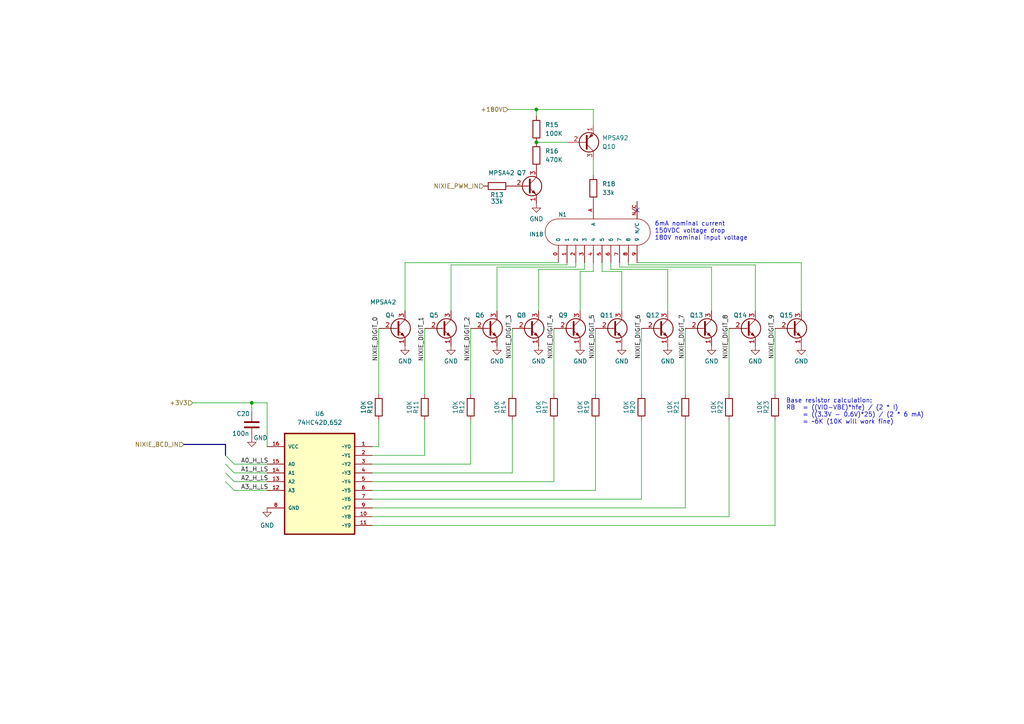
<source format=kicad_sch>
(kicad_sch (version 20210621) (generator eeschema)
  (paper "A4")
  (lib_symbols
    (symbol "Device:C" (pin_numbers hide) (pin_names (offset 0.254))
      (property "Reference" "C" (at 0.635 2.54 0))
      (property "Value" "C" (at 0.635 -2.54 0))
      (symbol "C_0_1"
        (polyline (pts (xy -2.032 -0.762) (xy 2.032 -0.762)) (stroke (width 0.508)))
        (polyline (pts (xy -2.032 0.762) (xy 2.032 0.762)) (stroke (width 0.508)))
      )
      (symbol "C_1_1"
        (pin passive line (at 0 3.81 270) (length 2.794) (name "~") (number "1"))
        (pin passive line (at 0 -3.81 90) (length 2.794) (name "~") (number "2"))
      )
    )
    (symbol "Device:R" (pin_numbers hide) (pin_names (offset 0))
      (property "Reference" "R" (at 2.032 0 90))
      (property "Value" "R" (at 0 0 90))
      (symbol "R_0_1"
        (rectangle (start -1.016 -2.54) (end 1.016 2.54) (stroke (width 0.254)))
      )
      (symbol "R_1_1"
        (pin passive line (at 0 3.81 270) (length 1.27) (name "~") (number "1"))
        (pin passive line (at 0 -3.81 90) (length 1.27) (name "~") (number "2"))
      )
    )
    (symbol "Logic_user:74HC42D,652" (pin_names (offset 1.016))
      (property "Reference" "U" (at -5.3594 15.5448 0))
      (property "Value" "74HC42D,652" (at -3.9116 -25.2222 0))
      (symbol "74HC42D,652_0_0"
        (rectangle (start -7.62 11.43) (end 12.7 -17.78) (stroke (width 0.4064)) (fill (type background)))
        (pin output line (at 17.78 7.62 180) (length 5.08) (name "~Y0") (number "1"))
        (pin output line (at 17.78 -12.7 180) (length 5.08) (name "~Y8") (number "10"))
        (pin output line (at 17.78 -15.24 180) (length 5.08) (name "~Y9") (number "11"))
        (pin input line (at -12.7 -5.08 0) (length 5.08) (name "A3") (number "12"))
        (pin input line (at -12.7 -2.54 0) (length 5.08) (name "A2") (number "13"))
        (pin input line (at -12.7 0 0) (length 5.08) (name "A1") (number "14"))
        (pin input line (at -12.7 2.54 0) (length 5.08) (name "A0") (number "15"))
        (pin power_in line (at -12.7 7.62 0) (length 5.08) (name "VCC") (number "16"))
        (pin output line (at 17.78 5.08 180) (length 5.08) (name "~Y1") (number "2"))
        (pin output line (at 17.78 2.54 180) (length 5.08) (name "~Y2") (number "3"))
        (pin output line (at 17.78 0 180) (length 5.08) (name "~Y3") (number "4"))
        (pin output line (at 17.78 -2.54 180) (length 5.08) (name "~Y4") (number "5"))
        (pin output line (at 17.78 -5.08 180) (length 5.08) (name "~Y5") (number "6"))
        (pin output line (at 17.78 -7.62 180) (length 5.08) (name "~Y6") (number "7"))
        (pin passive line (at -12.7 -10.16 0) (length 5.08) (name "GND") (number "8"))
        (pin output line (at 17.78 -10.16 180) (length 5.08) (name "~Y7") (number "9"))
      )
    )
    (symbol "Nixie_tubes:IN18" (pin_names (offset 1.016))
      (property "Reference" "N" (at -22.86 12.7 0))
      (property "Value" "IN18" (at -22.86 -22.86 0))
      (symbol "IN18_1_0"
        (polyline (pts (xy -22.86 7.62) (xy -22.86 -15.24)))
        (polyline (pts (xy -15.24 7.62) (xy -15.24 -15.24)))
      )
      (symbol "IN18_1_1"
        (arc (start -22.86 -15.24) (end -15.24 -15.24) (radius (at -19.05 -15.24) (length 3.81) (angles -179.9 -0.1)))
        (arc (start -15.24 7.62) (end -22.86 7.62) (radius (at -19.05 7.62) (length 3.81) (angles 0.1 179.9)))
        (pin passive line (at -27.94 7.62 0) (length 5.08) (name "0") (number "0"))
        (pin passive line (at -27.94 5.08 0) (length 5.08) (name "1") (number "1"))
        (pin passive line (at -27.94 2.54 0) (length 5.08) (name "2") (number "2"))
        (pin passive line (at -27.94 0 0) (length 5.08) (name "3") (number "3"))
        (pin passive line (at -27.94 -2.54 0) (length 5.08) (name "4") (number "4"))
        (pin passive line (at -27.94 -5.08 0) (length 5.08) (name "5") (number "5"))
        (pin passive line (at -27.94 -7.62 0) (length 5.08) (name "6") (number "6"))
        (pin passive line (at -27.94 -10.16 0) (length 5.08) (name "7") (number "7"))
        (pin passive line (at -27.94 -12.7 0) (length 5.08) (name "8") (number "8"))
        (pin passive line (at -27.94 -15.24 0) (length 5.08) (name "9") (number "9"))
        (pin passive line (at -10.16 -2.54 180) (length 5.08) (name "A") (number "A"))
        (pin passive line (at -10.16 -15.24 180) (length 5.08) (name "N/C") (number "N/C"))
      )
    )
    (symbol "Transistor_BJT:MPSA42" (pin_names (offset 1.016) hide)
      (property "Reference" "Q" (at 5.08 1.905 0))
      (property "Value" "MPSA42" (at 5.08 0 0))
      (symbol "MPSA42_0_1"
        (circle (center 1.27 0) (radius 2.8194) (stroke (width 0.254)))
        (polyline (pts (xy 0 0) (xy 0.635 0)))
        (polyline (pts (xy 0.635 0.635) (xy 2.54 2.54)))
        (polyline (pts (xy 0.635 -0.635) (xy 2.54 -2.54) (xy 2.54 -2.54)))
        (polyline (pts (xy 0.635 1.905) (xy 0.635 -1.905) (xy 0.635 -1.905)) (stroke (width 0.508)))
        (polyline (pts (xy 1.27 -1.778) (xy 1.778 -1.27) (xy 2.286 -2.286) (xy 1.27 -1.778) (xy 1.27 -1.778)) (fill (type outline)))
      )
      (symbol "MPSA42_1_1"
        (pin passive line (at 2.54 -5.08 90) (length 2.54) (name "E") (number "1"))
        (pin input line (at -5.08 0 0) (length 5.08) (name "B") (number "2"))
        (pin passive line (at 2.54 5.08 270) (length 2.54) (name "C") (number "3"))
      )
    )
    (symbol "Transistor_BJT:MPSA92" (pin_names (offset 1.016) hide)
      (property "Reference" "Q" (at 5.08 1.905 0))
      (property "Value" "MPSA92" (at 5.08 0 0))
      (symbol "MPSA92_0_1"
        (circle (center 1.27 0) (radius 2.8194) (stroke (width 0.254)))
        (polyline (pts (xy 0 0) (xy 0.635 0)))
        (polyline (pts (xy 2.54 -2.54) (xy 0.635 -0.635)))
        (polyline (pts (xy 2.54 2.54) (xy 0.635 0.635)))
        (polyline (pts (xy 0.635 1.905) (xy 0.635 -1.905) (xy 0.635 -1.905)) (stroke (width 0.508)) (fill (type outline)))
        (polyline (pts (xy 1.905 -2.413) (xy 2.413 -1.905) (xy 1.397 -1.397) (xy 1.905 -2.413) (xy 1.905 -2.413)) (fill (type outline)))
      )
      (symbol "MPSA92_1_1"
        (pin passive line (at 2.54 -5.08 90) (length 2.54) (name "E") (number "1"))
        (pin input line (at -5.08 0 0) (length 5.08) (name "B") (number "2"))
        (pin passive line (at 2.54 5.08 270) (length 2.54) (name "C") (number "3"))
      )
    )
    (symbol "power:GND" (power) (pin_names (offset 0))
      (property "Value" "GND" (at 0 -3.81 0))
      (symbol "GND_0_1"
        (polyline (pts (xy 0 0) (xy 0 -1.27) (xy 1.27 -1.27) (xy 0 -2.54) (xy -1.27 -1.27) (xy 0 -1.27)))
      )
      (symbol "GND_1_1"
        (pin power_in line (at 0 0 270) (length 0) hide (name "GND") (number "1"))
      )
    )
  )
  (junction (at 73.025 116.84) (diameter 0.9144))
  (junction (at 155.575 31.75) (diameter 0.9144))
  (junction (at 155.575 41.275) (diameter 0.9144))
  (no_connect (at 184.785 60.96))
  (bus_entry (at 65.405 132.08) (size 2.54 2.54) (stroke (width 0.1524)))
  (bus_entry (at 65.405 134.62) (size 2.54 2.54) (stroke (width 0.1524)))
  (bus_entry (at 65.405 137.16) (size 2.54 2.54) (stroke (width 0.1524)))
  (bus_entry (at 65.405 139.7) (size 2.54 2.54) (stroke (width 0.1524)))
  (wire (pts (xy 55.88 116.84) (xy 73.025 116.84)))
  (wire (pts (xy 67.945 134.62) (xy 77.47 134.62)))
  (wire (pts (xy 67.945 137.16) (xy 77.47 137.16)))
  (wire (pts (xy 67.945 139.7) (xy 77.47 139.7)))
  (wire (pts (xy 67.945 142.24) (xy 77.47 142.24)))
  (wire (pts (xy 73.025 116.84) (xy 73.025 119.38)))
  (wire (pts (xy 73.025 116.84) (xy 77.47 116.84)))
  (wire (pts (xy 77.47 116.84) (xy 77.47 129.54)))
  (wire (pts (xy 107.95 129.54) (xy 109.855 129.54)))
  (wire (pts (xy 107.95 132.08) (xy 123.19 132.08)))
  (wire (pts (xy 107.95 134.62) (xy 136.525 134.62)))
  (wire (pts (xy 107.95 137.16) (xy 148.59 137.16)))
  (wire (pts (xy 107.95 142.24) (xy 172.72 142.24)))
  (wire (pts (xy 107.95 144.78) (xy 186.055 144.78)))
  (wire (pts (xy 107.95 147.32) (xy 198.755 147.32)))
  (wire (pts (xy 107.95 149.86) (xy 211.455 149.86)))
  (wire (pts (xy 107.95 152.4) (xy 224.79 152.4)))
  (wire (pts (xy 109.855 95.25) (xy 109.855 114.3)))
  (wire (pts (xy 109.855 121.92) (xy 109.855 129.54)))
  (wire (pts (xy 117.475 76.2) (xy 161.925 76.2)))
  (wire (pts (xy 117.475 90.17) (xy 117.475 76.2)))
  (wire (pts (xy 123.19 95.25) (xy 123.19 114.3)))
  (wire (pts (xy 123.19 121.92) (xy 123.19 132.08)))
  (wire (pts (xy 130.81 76.835) (xy 130.81 90.17)))
  (wire (pts (xy 130.81 76.835) (xy 164.465 76.835)))
  (wire (pts (xy 136.525 95.25) (xy 136.525 114.3)))
  (wire (pts (xy 136.525 121.92) (xy 136.525 134.62)))
  (wire (pts (xy 144.145 77.47) (xy 167.005 77.47)))
  (wire (pts (xy 144.145 90.17) (xy 144.145 77.47)))
  (wire (pts (xy 148.59 95.25) (xy 148.59 114.3)))
  (wire (pts (xy 148.59 121.92) (xy 148.59 137.16)))
  (wire (pts (xy 155.575 31.75) (xy 147.32 31.75)))
  (wire (pts (xy 155.575 33.655) (xy 155.575 31.75)))
  (wire (pts (xy 155.575 41.275) (xy 164.465 41.275)))
  (wire (pts (xy 156.21 78.105) (xy 156.21 90.17)))
  (wire (pts (xy 160.655 95.25) (xy 160.655 114.3)))
  (wire (pts (xy 160.655 121.92) (xy 160.655 139.7)))
  (wire (pts (xy 160.655 139.7) (xy 107.95 139.7)))
  (wire (pts (xy 164.465 76.2) (xy 164.465 76.835)))
  (wire (pts (xy 167.005 76.2) (xy 167.005 77.47)))
  (wire (pts (xy 168.275 78.74) (xy 168.275 90.17)))
  (wire (pts (xy 169.545 76.2) (xy 169.545 78.105)))
  (wire (pts (xy 169.545 78.105) (xy 156.21 78.105)))
  (wire (pts (xy 172.085 31.75) (xy 155.575 31.75)))
  (wire (pts (xy 172.085 36.195) (xy 172.085 31.75)))
  (wire (pts (xy 172.085 46.355) (xy 172.085 50.8)))
  (wire (pts (xy 172.085 76.2) (xy 172.085 78.74)))
  (wire (pts (xy 172.085 78.74) (xy 168.275 78.74)))
  (wire (pts (xy 172.72 95.25) (xy 172.72 114.3)))
  (wire (pts (xy 172.72 121.92) (xy 172.72 142.24)))
  (wire (pts (xy 174.625 76.2) (xy 174.625 78.74)))
  (wire (pts (xy 174.625 78.74) (xy 180.34 78.74)))
  (wire (pts (xy 177.165 76.2) (xy 177.165 78.105)))
  (wire (pts (xy 177.165 78.105) (xy 193.675 78.105)))
  (wire (pts (xy 179.705 76.2) (xy 179.705 77.47)))
  (wire (pts (xy 179.705 77.47) (xy 206.375 77.47)))
  (wire (pts (xy 180.34 78.74) (xy 180.34 90.17)))
  (wire (pts (xy 182.245 76.835) (xy 182.245 76.2)))
  (wire (pts (xy 184.785 76.2) (xy 232.41 76.2)))
  (wire (pts (xy 186.055 95.25) (xy 186.055 114.3)))
  (wire (pts (xy 186.055 121.92) (xy 186.055 144.78)))
  (wire (pts (xy 193.675 78.105) (xy 193.675 90.17)))
  (wire (pts (xy 198.755 95.25) (xy 198.755 114.3)))
  (wire (pts (xy 198.755 121.92) (xy 198.755 147.32)))
  (wire (pts (xy 206.375 77.47) (xy 206.375 90.17)))
  (wire (pts (xy 211.455 95.25) (xy 211.455 114.3)))
  (wire (pts (xy 211.455 121.92) (xy 211.455 149.86)))
  (wire (pts (xy 219.075 76.835) (xy 182.245 76.835)))
  (wire (pts (xy 219.075 76.835) (xy 219.075 90.17)))
  (wire (pts (xy 224.79 95.25) (xy 224.79 114.3)))
  (wire (pts (xy 224.79 121.92) (xy 224.79 152.4)))
  (wire (pts (xy 232.41 76.2) (xy 232.41 90.17)))
  (bus (pts (xy 53.34 128.905) (xy 65.405 128.905)))
  (bus (pts (xy 65.405 128.905) (xy 65.405 139.7)))
  (text "6mA nominal current\n150VDC voltage drop\n180V nominal input voltage" (at 189.865 69.85 0) (effects (font (size 1.27 1.27)) (justify left bottom)))
  (text "Base resistor calculation:\nRB 	= ((VIO-VBE)*hfe) / (2 * I)\n	= ((3.3V - 0.6V)*25) / (2 * 6 mA)\n	= ~6K (10K will work fine)  " (at 227.965 123.19 0) (effects (font (size 1.27 1.27)) (justify left bottom)))
  (label "A0_H_LS" (at 69.85 134.62 0))
  (label "A1_H_LS" (at 69.85 137.16 0))
  (label "A2_H_LS" (at 69.85 139.7 0))
  (label "A3_H_LS" (at 69.85 142.24 0))
  (label "NIXIE_DIGIT_0" (at 109.855 104.775 90))
  (label "NIXIE_DIGIT_1" (at 123.19 104.775 90))
  (label "NIXIE_DIGIT_2" (at 136.525 104.775 90))
  (label "NIXIE_DIGIT_3" (at 148.59 104.14 90))
  (label "NIXIE_DIGIT_4" (at 160.655 104.14 90))
  (label "NIXIE_DIGIT_5" (at 172.72 104.14 90))
  (label "NIXIE_DIGIT_6" (at 186.055 104.14 90))
  (label "NIXIE_DIGIT_7" (at 198.755 104.14 90))
  (label "NIXIE_DIGIT_8" (at 211.455 104.14 90))
  (label "NIXIE_DIGIT_9" (at 224.79 104.14 90))
  (hierarchical_label "NIXIE_BCD_IN" (shape input) (at 53.34 128.905 180))
  (hierarchical_label "+3V3" (shape input) (at 55.88 116.84 180))
  (hierarchical_label "NIXIE_PWM_IN" (shape input) (at 140.335 53.975 180))
  (hierarchical_label "+180V" (shape input) (at 147.32 31.75 180))
  (symbol (lib_id "power:GND") (at 73.025 127 0)
    (property "Reference" "#PWR040" (effects hide))
    (property "Value" "GND" (at 75.565 127 0))
  )
  (symbol (lib_id "power:GND") (at 77.47 147.32 0)
    (property "Reference" "#PWR041" (effects hide))
    (property "Value" "GND" (at 77.47 152.4 0))
  )
  (symbol (lib_id "power:GND") (at 117.475 100.33 0)
    (property "Reference" "#PWR042" (effects hide))
    (property "Value" "GND" (at 117.475 104.775 0))
  )
  (symbol (lib_id "power:GND") (at 130.81 100.33 0)
    (property "Reference" "#PWR043" (effects hide))
    (property "Value" "GND" (at 130.81 104.775 0))
  )
  (symbol (lib_id "power:GND") (at 144.145 100.33 0)
    (property "Reference" "#PWR044" (effects hide))
    (property "Value" "GND" (at 144.145 104.775 0))
  )
  (symbol (lib_id "power:GND") (at 155.575 59.055 0)
    (property "Reference" "#PWR045" (effects hide))
    (property "Value" "GND" (at 155.575 63.5 0))
  )
  (symbol (lib_id "power:GND") (at 156.21 100.33 0)
    (property "Reference" "#PWR046" (effects hide))
    (property "Value" "GND" (at 156.21 104.775 0))
  )
  (symbol (lib_id "power:GND") (at 168.275 100.33 0)
    (property "Reference" "#PWR047" (effects hide))
    (property "Value" "GND" (at 168.275 104.775 0))
  )
  (symbol (lib_id "power:GND") (at 180.34 100.33 0)
    (property "Reference" "#PWR048" (effects hide))
    (property "Value" "GND" (at 180.34 104.775 0))
  )
  (symbol (lib_id "power:GND") (at 193.675 100.33 0)
    (property "Reference" "#PWR049" (effects hide))
    (property "Value" "GND" (at 193.675 104.775 0))
  )
  (symbol (lib_id "power:GND") (at 206.375 100.33 0)
    (property "Reference" "#PWR050" (effects hide))
    (property "Value" "GND" (at 206.375 104.775 0))
  )
  (symbol (lib_id "power:GND") (at 219.075 100.33 0)
    (property "Reference" "#PWR051" (effects hide))
    (property "Value" "GND" (at 219.075 104.775 0))
  )
  (symbol (lib_id "power:GND") (at 232.41 100.33 0)
    (property "Reference" "#PWR052" (effects hide))
    (property "Value" "GND" (at 232.41 104.775 0))
  )
  (symbol (lib_id "Device:R") (at 109.855 118.11 180)
    (property "Reference" "R10" (at 107.315 118.11 90))
    (property "Value" "10K" (at 105.41 118.11 90))
    (property "Footprint" "Resistor_SMD:R_0805_2012Metric_Pad1.20x1.40mm_HandSolder" (effects hide))
  )
  (symbol (lib_id "Device:R") (at 123.19 118.11 180)
    (property "Reference" "R11" (at 120.65 118.11 90))
    (property "Value" "10K" (at 118.745 118.11 90))
    (property "Footprint" "Resistor_SMD:R_0805_2012Metric_Pad1.20x1.40mm_HandSolder" (effects hide))
  )
  (symbol (lib_id "Device:R") (at 136.525 118.11 180)
    (property "Reference" "R12" (at 133.985 118.11 90))
    (property "Value" "10K" (at 132.08 118.11 90))
    (property "Footprint" "Resistor_SMD:R_0805_2012Metric_Pad1.20x1.40mm_HandSolder" (effects hide))
  )
  (symbol (lib_id "Device:R") (at 144.145 53.975 270)
    (property "Reference" "R13" (at 144.145 56.515 90))
    (property "Value" "33k" (at 144.145 58.42 90))
    (property "Footprint" "Resistor_SMD:R_0805_2012Metric_Pad1.20x1.40mm_HandSolder" (effects hide))
  )
  (symbol (lib_id "Device:R") (at 148.59 118.11 180)
    (property "Reference" "R14" (at 146.05 118.11 90))
    (property "Value" "10K" (at 144.145 118.11 90))
    (property "Footprint" "Resistor_SMD:R_0805_2012Metric_Pad1.20x1.40mm_HandSolder" (effects hide))
  )
  (symbol (lib_id "Device:R") (at 155.575 37.465 0)
    (property "Reference" "R15" (at 158.115 36.1949 0) (effects (justify left)))
    (property "Value" "100K" (at 158.115 38.7349 0) (effects (justify left)))
    (property "Footprint" "Resistor_SMD:R_0805_2012Metric_Pad1.20x1.40mm_HandSolder" (effects hide))
  )
  (symbol (lib_id "Device:R") (at 155.575 45.085 0)
    (property "Reference" "R16" (at 158.115 43.8149 0) (effects (justify left)))
    (property "Value" "470K" (at 158.115 46.3549 0) (effects (justify left)))
    (property "Footprint" "Resistor_SMD:R_0805_2012Metric_Pad1.20x1.40mm_HandSolder" (effects hide))
  )
  (symbol (lib_id "Device:R") (at 160.655 118.11 180)
    (property "Reference" "R17" (at 158.115 118.11 90))
    (property "Value" "10K" (at 156.21 118.11 90))
    (property "Footprint" "Resistor_SMD:R_0805_2012Metric_Pad1.20x1.40mm_HandSolder" (effects hide))
  )
  (symbol (lib_id "Device:R") (at 172.085 54.61 0)
    (property "Reference" "R18" (at 174.625 53.3399 0) (effects (justify left)))
    (property "Value" "33k" (at 174.625 55.8799 0) (effects (justify left)))
    (property "Footprint" "Resistor_SMD:R_0805_2012Metric_Pad1.20x1.40mm_HandSolder" (effects hide))
  )
  (symbol (lib_id "Device:R") (at 172.72 118.11 180)
    (property "Reference" "R19" (at 170.18 118.11 90))
    (property "Value" "10K" (at 168.275 118.11 90))
    (property "Footprint" "Resistor_SMD:R_0805_2012Metric_Pad1.20x1.40mm_HandSolder" (effects hide))
  )
  (symbol (lib_id "Device:R") (at 186.055 118.11 180)
    (property "Reference" "R20" (at 183.515 118.11 90))
    (property "Value" "10K" (at 181.61 118.11 90))
    (property "Footprint" "Resistor_SMD:R_0805_2012Metric_Pad1.20x1.40mm_HandSolder" (effects hide))
  )
  (symbol (lib_id "Device:R") (at 198.755 118.11 180)
    (property "Reference" "R21" (at 196.215 118.11 90))
    (property "Value" "10K" (at 194.31 118.11 90))
    (property "Footprint" "Resistor_SMD:R_0805_2012Metric_Pad1.20x1.40mm_HandSolder" (effects hide))
  )
  (symbol (lib_id "Device:R") (at 211.455 118.11 180)
    (property "Reference" "R22" (at 208.915 118.11 90))
    (property "Value" "10K" (at 207.01 118.11 90))
    (property "Footprint" "Resistor_SMD:R_0805_2012Metric_Pad1.20x1.40mm_HandSolder" (effects hide))
  )
  (symbol (lib_id "Device:R") (at 224.79 118.11 180)
    (property "Reference" "R23" (at 222.25 118.11 90))
    (property "Value" "10K" (at 220.345 118.11 90))
    (property "Footprint" "Resistor_SMD:R_0805_2012Metric_Pad1.20x1.40mm_HandSolder" (effects hide))
  )
  (symbol (lib_id "Device:C") (at 73.025 123.19 0)
    (property "Reference" "C20" (at 68.58 120.015 0) (effects (justify left)))
    (property "Value" "100n" (at 67.31 125.73 0) (effects (justify left)))
    (property "Footprint" "Capacitor_SMD:C_0402_1005Metric" (effects hide))
    (property "Field4" "Farnell" (effects hide))
    (property "Field5" "2611911" (effects hide))
    (property "Field6" "RM EMK105 B7104KV-F" (effects hide))
    (property "Field7" "TAIYO YUDEN EUROPE GMBH" (effects hide))
    (property "Part Description" "	0.1uF 10% 16V Ceramic Capacitor X7R 0402 (1005 Metric)" (effects hide))
    (property "Field8" "110091611" (effects hide))
  )
  (symbol (lib_id "Transistor_BJT:MPSA42") (at 114.935 95.25 0)
    (property "Reference" "Q4" (at 111.76 91.4399 0) (effects (justify left)))
    (property "Value" "MPSA42" (at 107.315 87.6299 0) (effects (justify left)))
    (property "Footprint" "Package_TO_SOT_THT:TO-92_Inline" (effects hide))
    (property "Datasheet" "http://www.onsemi.com/pub_link/Collateral/MPSA42-D.PDF" (effects hide))
  )
  (symbol (lib_id "Transistor_BJT:MPSA42") (at 128.27 95.25 0)
    (property "Reference" "Q5" (at 124.46 91.4399 0) (effects (justify left)))
    (property "Value" "MPSA42" (effects hide))
    (property "Footprint" "Package_TO_SOT_THT:TO-92_Inline" (effects hide))
    (property "Datasheet" "http://www.onsemi.com/pub_link/Collateral/MPSA42-D.PDF" (effects hide))
  )
  (symbol (lib_id "Transistor_BJT:MPSA42") (at 141.605 95.25 0)
    (property "Reference" "Q6" (at 137.795 91.4399 0) (effects (justify left)))
    (property "Value" "MPSA42" (effects hide))
    (property "Footprint" "Package_TO_SOT_THT:TO-92_Inline" (effects hide))
    (property "Datasheet" "http://www.onsemi.com/pub_link/Collateral/MPSA42-D.PDF" (effects hide))
  )
  (symbol (lib_id "Transistor_BJT:MPSA42") (at 153.035 53.975 0)
    (property "Reference" "Q7" (at 149.86 50.1649 0) (effects (justify left)))
    (property "Value" "MPSA42" (at 141.605 50.1649 0) (effects (justify left)))
    (property "Footprint" "Package_TO_SOT_THT:TO-92_Inline" (effects hide))
    (property "Datasheet" "http://www.onsemi.com/pub_link/Collateral/MPSA42-D.PDF" (effects hide))
  )
  (symbol (lib_id "Transistor_BJT:MPSA42") (at 153.67 95.25 0)
    (property "Reference" "Q8" (at 149.86 91.4399 0) (effects (justify left)))
    (property "Value" "MPSA42" (effects hide))
    (property "Footprint" "Package_TO_SOT_THT:TO-92_Inline" (effects hide))
    (property "Datasheet" "http://www.onsemi.com/pub_link/Collateral/MPSA42-D.PDF" (effects hide))
  )
  (symbol (lib_id "Transistor_BJT:MPSA42") (at 165.735 95.25 0)
    (property "Reference" "Q9" (at 161.925 91.4399 0) (effects (justify left)))
    (property "Value" "MPSA42" (effects hide))
    (property "Footprint" "Package_TO_SOT_THT:TO-92_Inline" (effects hide))
    (property "Datasheet" "http://www.onsemi.com/pub_link/Collateral/MPSA42-D.PDF" (effects hide))
  )
  (symbol (lib_id "Transistor_BJT:MPSA92") (at 169.545 41.275 0) (mirror x)
    (property "Reference" "Q10" (at 174.625 42.5451 0) (effects (justify left)))
    (property "Value" "MPSA92" (at 174.625 40.0051 0) (effects (justify left)))
    (property "Footprint" "Package_TO_SOT_THT:TO-92_Inline" (effects hide))
    (property "Datasheet" "http://www.onsemi.com/pub_link/Collateral/MPSA92-D.PDF" (effects hide))
  )
  (symbol (lib_id "Transistor_BJT:MPSA42") (at 177.8 95.25 0)
    (property "Reference" "Q11" (at 173.99 91.4399 0) (effects (justify left)))
    (property "Value" "MPSA42" (effects hide))
    (property "Footprint" "Package_TO_SOT_THT:TO-92_Inline" (effects hide))
    (property "Datasheet" "http://www.onsemi.com/pub_link/Collateral/MPSA42-D.PDF" (effects hide))
  )
  (symbol (lib_id "Transistor_BJT:MPSA42") (at 191.135 95.25 0)
    (property "Reference" "Q12" (at 187.325 91.4399 0) (effects (justify left)))
    (property "Value" "MPSA42" (effects hide))
    (property "Footprint" "Package_TO_SOT_THT:TO-92_Inline" (effects hide))
    (property "Datasheet" "http://www.onsemi.com/pub_link/Collateral/MPSA42-D.PDF" (effects hide))
  )
  (symbol (lib_id "Transistor_BJT:MPSA42") (at 203.835 95.25 0)
    (property "Reference" "Q13" (at 200.025 91.4399 0) (effects (justify left)))
    (property "Value" "MPSA42" (effects hide))
    (property "Footprint" "Package_TO_SOT_THT:TO-92_Inline" (effects hide))
    (property "Datasheet" "http://www.onsemi.com/pub_link/Collateral/MPSA42-D.PDF" (effects hide))
  )
  (symbol (lib_id "Transistor_BJT:MPSA42") (at 216.535 95.25 0)
    (property "Reference" "Q14" (at 212.725 91.4399 0) (effects (justify left)))
    (property "Value" "MPSA42" (effects hide))
    (property "Footprint" "Package_TO_SOT_THT:TO-92_Inline" (effects hide))
    (property "Datasheet" "http://www.onsemi.com/pub_link/Collateral/MPSA42-D.PDF" (effects hide))
  )
  (symbol (lib_id "Transistor_BJT:MPSA42") (at 229.87 95.25 0)
    (property "Reference" "Q15" (at 226.06 91.4399 0) (effects (justify left)))
    (property "Value" "MPSA42" (effects hide))
    (property "Footprint" "Package_TO_SOT_THT:TO-92_Inline" (effects hide))
    (property "Datasheet" "http://www.onsemi.com/pub_link/Collateral/MPSA42-D.PDF" (effects hide))
  )
  (symbol (lib_id "Nixie_tubes:IN18") (at 169.545 48.26 90)
    (property "Reference" "N1" (at 163.195 62.23 90) (effects (font (size 1.143 1.143))))
    (property "Value" "IN18" (at 155.575 67.945 90) (effects (font (size 1.143 1.143))))
    (property "Footprint" "Nixie_tubes:nixies-us-IN-18-DSUB" (effects hide))
    (property "Datasheet" "http://www.tube-tester.com/sites/nixie/data/in18.htm" (effects hide))
  )
  (symbol (lib_id "Logic_user:74HC42D,652") (at 90.17 137.16 0)
    (property "Reference" "U6" (at 92.71 120.015 0))
    (property "Value" "74HC42D,652" (at 92.71 122.555 0))
    (property "Footprint" "Logic_user:SOIC127P600X175-16N" (effects hide))
    (property "MPN" "74HC42D,652" (effects hide))
    (property "PACKAGE" "SOIC-16" (effects hide))
    (property "OC_NEWARK" "71R2568" (effects hide))
    (property "OC_FARNELL" "1868624" (effects hide))
    (property "SUPPLIER" "NXP" (effects hide))
  )
)
</source>
